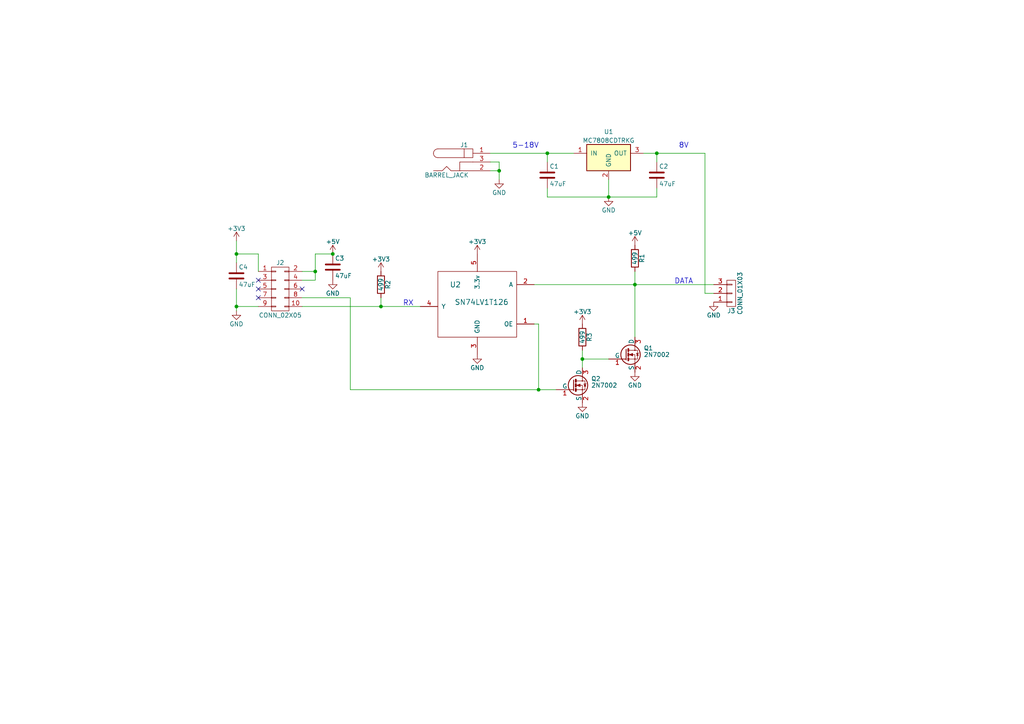
<source format=kicad_sch>
(kicad_sch (version 20211123) (generator eeschema)
  (paper "A4")
  (lib_symbols
    (symbol "sprit-rescue:+3.3V" (power) (pin_names (offset 0))
      (property "Value" "+3.3V" (at 0 3.556 0))
      (symbol "+3.3V_0_1"
        (polyline (pts (xy -0.762 1.27) (xy 0 2.54)))
        (polyline (pts (xy 0 0) (xy 0 2.54)))
        (polyline (pts (xy 0 2.54) (xy 0.762 1.27)))
      )
      (symbol "+3.3V_1_1"
        (pin power_in line (at 0 0 90) (length 0) hide (name "+3V3") (number "1"))
      )
    )
    (symbol "sprit-rescue:+5V" (power) (pin_names (offset 0))
      (property "Value" "+5V" (at 0 3.556 0))
      (symbol "+5V_0_1"
        (polyline (pts (xy -0.762 1.27) (xy 0 2.54)))
        (polyline (pts (xy 0 0) (xy 0 2.54)))
        (polyline (pts (xy 0 2.54) (xy 0.762 1.27)))
      )
      (symbol "+5V_1_1"
        (pin power_in line (at 0 0 90) (length 0) hide (name "+5V") (number "1"))
      )
    )
    (symbol "sprit-rescue:2N7002-RESCUE-sprit" (pin_names (offset 0))
      (property "Reference" "Q" (at 5.08 1.905 0))
      (property "Value" "2N7002-RESCUE-sprit" (at 5.08 0 0))
      (symbol "2N7002-RESCUE-sprit_0_1"
        (polyline (pts (xy 0.635 -1.016) (xy 0.635 -1.651)) (stroke (width 0.508)))
        (polyline (pts (xy 0.635 0.381) (xy 0.635 -0.381)) (stroke (width 0.508)))
        (polyline (pts (xy 0.635 1.651) (xy 0.635 1.016)) (stroke (width 0.508)))
        (polyline (pts (xy 3.048 0.381) (xy 2.921 0.254)))
        (polyline (pts (xy 3.048 0.381) (xy 3.556 0.381)))
        (polyline (pts (xy 3.556 0.381) (xy 3.683 0.508)))
        (polyline (pts (xy 0 1.524) (xy 0 -1.524) (xy 0 -1.524)) (stroke (width 0.254)))
        (polyline (pts (xy 0.762 -1.27) (xy 2.54 -1.27) (xy 2.54 -2.54) (xy 2.54 -2.54)))
        (polyline (pts (xy 0.762 1.27) (xy 2.54 1.27) (xy 2.54 2.54) (xy 2.54 2.54)))
        (polyline (pts (xy 2.54 1.27) (xy 3.302 1.27) (xy 3.302 -1.27) (xy 2.54 -1.27)))
        (polyline (pts (xy 3.302 0.381) (xy 3.048 -0.254) (xy 3.556 -0.254) (xy 3.302 0.381)) (fill (type outline)))
        (polyline (pts (xy 0.762 0) (xy 1.27 0) (xy 2.54 0) (xy 2.54 -1.27) (xy 2.54 -1.27)))
        (polyline (pts (xy 0.889 0) (xy 1.905 0.381) (xy 1.905 -0.381) (xy 0.889 0) (xy 1.016 0) (xy 1.016 0)) (fill (type outline)))
        (circle (center 1.27 0) (radius 2.8194) (stroke (width 0.254)))
        (circle (center 2.54 -1.27) (radius 0.127))
        (circle (center 2.54 1.27) (radius 0.127))
      )
      (symbol "2N7002-RESCUE-sprit_1_1"
        (pin passive line (at -5.08 -1.27 0) (length 5.08) (name "G") (number "1"))
        (pin passive line (at 2.54 -5.08 90) (length 2.54) (name "S") (number "2"))
        (pin passive line (at 2.54 5.08 270) (length 2.54) (name "D") (number "3"))
      )
    )
    (symbol "sprit-rescue:BARREL_JACK" (pin_names (offset 1.016))
      (property "Reference" "J" (at 0 4.953 0))
      (property "Value" "BARREL_JACK" (at 0 -3.937 0))
      (symbol "BARREL_JACK_0_1"
        (arc (start -8.89 2.54) (mid -8.5271 1.6254) (end -7.62 1.27))
        (arc (start -7.62 3.81) (mid -8.5088 3.4366) (end -8.89 2.54))
        (polyline (pts (xy -7.62 1.27) (xy 0 1.27)))
        (polyline (pts (xy 0 3.81) (xy -7.62 3.81)))
        (polyline (pts (xy 2.54 0) (xy -1.27 0) (xy -1.27 -2.54)))
        (polyline (pts (xy 2.54 -2.54) (xy -3.81 -2.54) (xy -5.08 -1.27) (xy -6.35 -2.54) (xy -8.89 -2.54)))
        (rectangle (start 2.54 3.81) (end 0 1.27))
      )
      (symbol "BARREL_JACK_1_1"
        (pin passive line (at 7.62 2.54 180) (length 5.08) (name "~") (number "1"))
        (pin passive line (at 7.62 -2.54 180) (length 5.08) (name "~") (number "2"))
        (pin passive line (at 7.62 0 180) (length 5.08) (name "~") (number "3"))
      )
    )
    (symbol "sprit-rescue:C" (pin_numbers hide) (pin_names (offset 0.254))
      (property "Reference" "C" (at 0.635 2.54 0))
      (property "Value" "C" (at 0.635 -2.54 0))
      (symbol "C_0_1"
        (polyline (pts (xy -2.032 -0.762) (xy 2.032 -0.762)) (stroke (width 0.508)))
        (polyline (pts (xy -2.032 0.762) (xy 2.032 0.762)) (stroke (width 0.508)))
      )
      (symbol "C_1_1"
        (pin passive line (at 0 3.81 270) (length 2.794) (name "~") (number "1"))
        (pin passive line (at 0 -3.81 90) (length 2.794) (name "~") (number "2"))
      )
    )
    (symbol "sprit-rescue:CONN_01X03" (pin_names (offset 1.016) hide)
      (property "Reference" "J" (at 0 5.08 0))
      (property "Value" "CONN_01X03" (at 2.54 0 90))
      (symbol "CONN_01X03_0_1"
        (rectangle (start -1.27 -2.413) (end 0.254 -2.667))
        (rectangle (start -1.27 0.127) (end 0.254 -0.127))
        (rectangle (start -1.27 2.667) (end 0.254 2.413))
        (rectangle (start -1.27 3.81) (end 1.27 -3.81))
      )
      (symbol "CONN_01X03_1_1"
        (pin passive line (at -5.08 2.54 0) (length 3.81) (name "P1") (number "1"))
        (pin passive line (at -5.08 0 0) (length 3.81) (name "P2") (number "2"))
        (pin passive line (at -5.08 -2.54 0) (length 3.81) (name "P3") (number "3"))
      )
    )
    (symbol "sprit-rescue:CONN_02X05" (pin_names (offset 0.0254) hide)
      (property "Reference" "J" (at 0 7.62 0))
      (property "Value" "CONN_02X05" (at 0 -7.62 0))
      (symbol "CONN_02X05_0_1"
        (rectangle (start -2.54 -4.953) (end -1.27 -5.207))
        (rectangle (start -2.54 -2.413) (end -1.27 -2.667))
        (rectangle (start -2.54 0.127) (end -1.27 -0.127))
        (rectangle (start -2.54 2.667) (end -1.27 2.413))
        (rectangle (start -2.54 5.207) (end -1.27 4.953))
        (rectangle (start -2.54 6.35) (end 2.54 -6.35))
        (rectangle (start 1.27 -4.953) (end 2.54 -5.207))
        (rectangle (start 1.27 -2.413) (end 2.54 -2.667))
        (rectangle (start 1.27 0.127) (end 2.54 -0.127))
        (rectangle (start 1.27 2.667) (end 2.54 2.413))
        (rectangle (start 1.27 5.207) (end 2.54 4.953))
      )
      (symbol "CONN_02X05_1_1"
        (pin passive line (at -6.35 5.08 0) (length 3.81) (name "P1") (number "1"))
        (pin passive line (at 6.35 -5.08 180) (length 3.81) (name "P10") (number "10"))
        (pin passive line (at 6.35 5.08 180) (length 3.81) (name "P2") (number "2"))
        (pin passive line (at -6.35 2.54 0) (length 3.81) (name "P3") (number "3"))
        (pin passive line (at 6.35 2.54 180) (length 3.81) (name "P4") (number "4"))
        (pin passive line (at -6.35 0 0) (length 3.81) (name "P5") (number "5"))
        (pin passive line (at 6.35 0 180) (length 3.81) (name "P6") (number "6"))
        (pin passive line (at -6.35 -2.54 0) (length 3.81) (name "P7") (number "7"))
        (pin passive line (at 6.35 -2.54 180) (length 3.81) (name "P8") (number "8"))
        (pin passive line (at -6.35 -5.08 0) (length 3.81) (name "P9") (number "9"))
      )
    )
    (symbol "sprit-rescue:GND" (power) (pin_names (offset 0))
      (property "Value" "GND" (at 0 -3.81 0))
      (symbol "GND_0_1"
        (polyline (pts (xy 0 0) (xy 0 -1.27) (xy 1.27 -1.27) (xy 0 -2.54) (xy -1.27 -1.27) (xy 0 -1.27)))
      )
      (symbol "GND_1_1"
        (pin power_in line (at 0 0 270) (length 0) hide (name "GND") (number "1"))
      )
    )
    (symbol "sprit-rescue:LM7808CT" (pin_names (offset 1.016))
      (property "Reference" "U" (at -5.08 5.08 0))
      (property "Value" "LM7808CT" (at 0 5.08 0))
      (symbol "LM7808CT_0_1"
        (rectangle (start -6.35 3.81) (end 6.35 -3.81) (stroke (width 0.254)) (fill (type background)))
      )
      (symbol "LM7808CT_1_1"
        (pin input line (at -10.16 1.27 0) (length 3.81) (name "IN") (number "1"))
        (pin power_in line (at 0 -6.35 90) (length 2.54) (name "GND") (number "2"))
        (pin power_out line (at 10.16 1.27 180) (length 3.81) (name "OUT") (number "3"))
      )
    )
    (symbol "sprit-rescue:R" (pin_numbers hide) (pin_names (offset 0))
      (property "Reference" "R" (at 2.032 0 90))
      (property "Value" "R" (at 0 0 90))
      (symbol "R_0_1"
        (rectangle (start -1.016 -2.54) (end 1.016 2.54) (stroke (width 0.254)))
      )
      (symbol "R_1_1"
        (pin passive line (at 0 3.81 270) (length 1.27) (name "~") (number "1"))
        (pin passive line (at 0 -3.81 90) (length 1.27) (name "~") (number "2"))
      )
    )
    (symbol "sprit:SN74LV1T126" (pin_names (offset 1.016))
      (property "Reference" "U" (at -1.27 2.54 0))
      (property "Value" "SN74LV1T126" (at -1.27 -1.27 0))
      (symbol "SN74LV1T126_0_1"
        (rectangle (start 10.16 -8.89) (end -12.7 10.16))
      )
      (symbol "SN74LV1T126_1_1"
        (pin input line (at 15.24 -5.08 180) (length 5.08) (name "OE") (number "1"))
        (pin input line (at 15.24 6.35 180) (length 5.08) (name "A") (number "2"))
        (pin power_in line (at -1.27 -13.97 90) (length 5.08) (name "GND") (number "3"))
        (pin tri_state line (at -17.78 0 0) (length 5.08) (name "Y") (number "4"))
        (pin power_in line (at -1.27 15.24 270) (length 5.08) (name "3.3v") (number "5"))
      )
    )
  )
  (junction (at 68.58 88.9))
  (junction (at 168.91 104.14))
  (junction (at 176.53 57.15))
  (junction (at 158.75 44.45))
  (junction (at 144.78 49.53))
  (junction (at 96.52 73.66))
  (junction (at 68.58 73.66))
  (junction (at 91.44 78.74))
  (junction (at 184.15 82.55))
  (junction (at 190.5 44.45))
  (junction (at 156.21 113.03))
  (junction (at 110.49 88.9))
  (no_connect (at 74.93 81.28))
  (no_connect (at 74.93 86.36))
  (no_connect (at 87.63 83.82))
  (no_connect (at 74.93 83.82))
  (wire (pts (xy 68.58 88.9) (xy 74.93 88.9)))
  (wire (pts (xy 91.44 73.66) (xy 96.52 73.66)))
  (wire (pts (xy 176.53 52.07) (xy 176.53 57.15)))
  (wire (pts (xy 74.93 78.74) (xy 74.93 73.66)))
  (wire (pts (xy 190.5 44.45) (xy 190.5 46.99)))
  (wire (pts (xy 186.69 44.45) (xy 190.5 44.45)))
  (wire (pts (xy 184.15 82.55) (xy 207.01 82.55)))
  (wire (pts (xy 190.5 57.15) (xy 190.5 54.61)))
  (wire (pts (xy 101.6 86.36) (xy 87.63 86.36)))
  (wire (pts (xy 91.44 81.28) (xy 87.63 81.28)))
  (wire (pts (xy 101.6 113.03) (xy 156.21 113.03)))
  (wire (pts (xy 91.44 78.74) (xy 91.44 81.28)))
  (wire (pts (xy 168.91 104.14) (xy 168.91 106.68)))
  (wire (pts (xy 184.15 78.74) (xy 184.15 82.55)))
  (wire (pts (xy 176.53 104.14) (xy 168.91 104.14)))
  (wire (pts (xy 91.44 73.66) (xy 91.44 78.74)))
  (wire (pts (xy 204.47 44.45) (xy 204.47 85.09)))
  (wire (pts (xy 158.75 44.45) (xy 166.37 44.45)))
  (wire (pts (xy 110.49 88.9) (xy 110.49 86.36)))
  (wire (pts (xy 184.15 82.55) (xy 184.15 97.79)))
  (wire (pts (xy 158.75 57.15) (xy 176.53 57.15)))
  (wire (pts (xy 158.75 57.15) (xy 158.75 54.61)))
  (wire (pts (xy 144.78 49.53) (xy 142.24 49.53)))
  (wire (pts (xy 176.53 57.15) (xy 190.5 57.15)))
  (wire (pts (xy 91.44 78.74) (xy 87.63 78.74)))
  (wire (pts (xy 168.91 101.6) (xy 168.91 104.14)))
  (wire (pts (xy 68.58 73.66) (xy 68.58 76.2)))
  (wire (pts (xy 87.63 88.9) (xy 110.49 88.9)))
  (wire (pts (xy 154.94 82.55) (xy 184.15 82.55)))
  (wire (pts (xy 101.6 113.03) (xy 101.6 86.36)))
  (wire (pts (xy 156.21 113.03) (xy 161.29 113.03)))
  (wire (pts (xy 190.5 44.45) (xy 204.47 44.45)))
  (wire (pts (xy 144.78 46.99) (xy 144.78 49.53)))
  (wire (pts (xy 158.75 46.99) (xy 158.75 44.45)))
  (wire (pts (xy 144.78 46.99) (xy 142.24 46.99)))
  (wire (pts (xy 156.21 93.98) (xy 154.94 93.98)))
  (wire (pts (xy 156.21 113.03) (xy 156.21 93.98)))
  (wire (pts (xy 68.58 88.9) (xy 68.58 90.17)))
  (wire (pts (xy 142.24 44.45) (xy 158.75 44.45)))
  (wire (pts (xy 68.58 83.82) (xy 68.58 88.9)))
  (wire (pts (xy 74.93 73.66) (xy 68.58 73.66)))
  (wire (pts (xy 110.49 88.9) (xy 121.92 88.9)))
  (wire (pts (xy 68.58 69.85) (xy 68.58 73.66)))
  (wire (pts (xy 144.78 49.53) (xy 144.78 52.07)))
  (wire (pts (xy 207.01 85.09) (xy 204.47 85.09)))
  (text "DATA" (at 195.58 82.55 0) (effects (font (size 1.524 1.524)) (justify left bottom)))
  (text "RX" (at 116.84 88.9 0) (effects (font (size 1.524 1.524)) (justify left bottom)))
  (text "5-18V" (at 148.59 43.18 0) (effects (font (size 1.524 1.524)) (justify left bottom)))
  (text "8V" (at 196.85 43.18 0) (effects (font (size 1.524 1.524)) (justify left bottom)))
  (symbol (lib_id "sprit:SN74LV1T126") (at 139.7 88.9 0) (unit 1)
    (property "Reference" "U2" (at 132.08 82.55 0) (effects (font (size 1.524 1.524))))
    (property "Value" "SN74LV1T126" (at 139.7 87.63 0) (effects (font (size 1.524 1.524))))
    (property "Footprint" "Package_TO_SOT_SMD:SOT-23-5" (effects hide))
  )
  (symbol (lib_id "sprit-rescue:CONN_02X05") (at 81.28 83.82 0) (unit 1)
    (property "Reference" "J2" (at 81.28 76.2 0))
    (property "Value" "CONN_02X05" (at 81.28 91.44 0))
    (property "Footprint" "Connector_PinHeader_2.54mm:PinHeader_2x05_P2.54mm_Vertical" (effects hide))
  )
  (symbol (lib_id "sprit-rescue:GND") (at 138.43 102.87 0) (unit 1)
    (property "Reference" "#PWR01" (effects hide))
    (property "Value" "GND" (at 138.43 106.68 0))
  )
  (symbol (lib_id "sprit-rescue:+3.3V") (at 138.43 73.66 0) (unit 1)
    (property "Reference" "#PWR02" (effects hide))
    (property "Value" "+3.3V" (at 138.43 70.104 0))
  )
  (symbol (lib_id "sprit-rescue:+3.3V") (at 68.58 69.85 0) (unit 1)
    (property "Reference" "#PWR03" (effects hide))
    (property "Value" "+3.3V" (at 68.58 66.294 0))
  )
  (symbol (lib_id "sprit-rescue:+5V") (at 96.52 73.66 0) (unit 1)
    (property "Reference" "#PWR04" (effects hide))
    (property "Value" "+5V" (at 96.52 70.104 0))
  )
  (symbol (lib_id "sprit-rescue:GND") (at 68.58 90.17 0) (unit 1)
    (property "Reference" "#PWR05" (effects hide))
    (property "Value" "GND" (at 68.58 93.98 0))
  )
  (symbol (lib_id "sprit-rescue:R") (at 110.49 82.55 0) (unit 1)
    (property "Reference" "R2" (at 112.522 82.55 90))
    (property "Value" "499" (at 110.49 82.55 90))
    (property "Footprint" "Resistor_SMD:R_0805_2012Metric" (effects hide))
  )
  (symbol (lib_id "sprit-rescue:+3.3V") (at 110.49 78.74 0) (unit 1)
    (property "Reference" "#PWR06" (effects hide))
    (property "Value" "+3.3V" (at 110.49 75.184 0))
  )
  (symbol (lib_id "sprit-rescue:CONN_01X03") (at 212.09 85.09 0) (mirror x) (unit 1)
    (property "Reference" "J3" (at 212.09 90.17 0))
    (property "Value" "CONN_01X03" (at 214.63 85.09 90))
    (property "Footprint" "Connector_Molex:Molex_Micro-Latch_53254-0370_1x03_P2.00mm_Horizontal" (effects hide))
  )
  (symbol (lib_id "sprit-rescue:R") (at 184.15 74.93 0) (unit 1)
    (property "Reference" "R1" (at 186.182 74.93 90))
    (property "Value" "499" (at 184.15 74.93 90))
    (property "Footprint" "Resistor_SMD:R_0805_2012Metric" (effects hide))
  )
  (symbol (lib_id "sprit-rescue:+5V") (at 184.15 71.12 0) (unit 1)
    (property "Reference" "#PWR07" (effects hide))
    (property "Value" "+5V" (at 184.15 67.564 0))
  )
  (symbol (lib_id "sprit-rescue:BARREL_JACK") (at 134.62 46.99 0) (unit 1)
    (property "Reference" "J1" (at 134.62 42.037 0))
    (property "Value" "BARREL_JACK" (at 129.54 50.8 0))
    (property "Footprint" "Connector_BarrelJack:BarrelJack_Horizontal" (effects hide))
  )
  (symbol (lib_id "sprit-rescue:GND") (at 144.78 52.07 0) (mirror y) (unit 1)
    (property "Reference" "#PWR08" (effects hide))
    (property "Value" "GND" (at 144.78 55.88 0))
  )
  (symbol (lib_id "sprit-rescue:2N7002-RESCUE-sprit") (at 181.61 102.87 0) (unit 1)
    (property "Reference" "Q1" (at 186.69 100.965 0) (effects (justify left)))
    (property "Value" "2N7002" (at 186.69 102.87 0) (effects (justify left)))
    (property "Footprint" "Package_TO_SOT_SMD:SOT-23" (effects hide))
  )
  (symbol (lib_id "sprit-rescue:2N7002-RESCUE-sprit") (at 166.37 111.76 0) (unit 1)
    (property "Reference" "Q2" (at 171.45 109.855 0) (effects (justify left)))
    (property "Value" "2N7002" (at 171.45 111.76 0) (effects (justify left)))
    (property "Footprint" "Package_TO_SOT_SMD:SOT-23" (effects hide))
  )
  (symbol (lib_id "sprit-rescue:R") (at 168.91 97.79 0) (unit 1)
    (property "Reference" "R3" (at 170.942 97.79 90))
    (property "Value" "499" (at 168.91 97.79 90))
    (property "Footprint" "Resistor_SMD:R_0805_2012Metric" (effects hide))
  )
  (symbol (lib_id "sprit-rescue:+3.3V") (at 168.91 93.98 0) (unit 1)
    (property "Reference" "#PWR09" (effects hide))
    (property "Value" "+3.3V" (at 168.91 90.424 0))
  )
  (symbol (lib_id "sprit-rescue:GND") (at 184.15 107.95 0) (unit 1)
    (property "Reference" "#PWR010" (effects hide))
    (property "Value" "GND" (at 184.15 111.76 0))
  )
  (symbol (lib_id "sprit-rescue:GND") (at 168.91 116.84 0) (unit 1)
    (property "Reference" "#PWR011" (effects hide))
    (property "Value" "GND" (at 168.91 120.65 0))
  )
  (symbol (lib_id "sprit-rescue:GND") (at 207.01 87.63 0) (unit 1)
    (property "Reference" "#PWR012" (effects hide))
    (property "Value" "GND" (at 207.01 91.44 0))
  )
  (symbol (lib_id "sprit-rescue:C") (at 96.52 77.47 0) (unit 1)
    (property "Reference" "C3" (at 97.155 74.93 0) (effects (justify left)))
    (property "Value" "47uF" (at 97.155 80.01 0) (effects (justify left)))
    (property "Footprint" "Capacitor_SMD:C_1206_3216Metric" (effects hide))
  )
  (symbol (lib_id "sprit-rescue:GND") (at 96.52 81.28 0) (unit 1)
    (property "Reference" "#PWR013" (effects hide))
    (property "Value" "GND" (at 96.52 85.09 0))
  )
  (symbol (lib_id "sprit-rescue:C") (at 68.58 80.01 0) (unit 1)
    (property "Reference" "C4" (at 69.215 77.47 0) (effects (justify left)))
    (property "Value" "47uF" (at 69.215 82.55 0) (effects (justify left)))
    (property "Footprint" "Capacitor_SMD:C_1206_3216Metric" (effects hide))
  )
  (symbol (lib_id "sprit-rescue:LM7808CT") (at 176.53 45.72 0) (unit 1)
    (property "Reference" "U1" (at 176.53 38.2102 0))
    (property "Value" "MC7808CDTRKG" (at 176.53 40.7471 0))
    (property "Footprint" "Package_TO_SOT_SMD:TO-252-2" (effects hide))
  )
  (symbol (lib_id "sprit-rescue:C") (at 158.75 50.8 0) (unit 1)
    (property "Reference" "C1" (at 159.385 48.26 0) (effects (justify left)))
    (property "Value" "47uF" (at 159.385 53.34 0) (effects (justify left)))
    (property "Footprint" "Capacitor_SMD:C_1206_3216Metric" (effects hide))
  )
  (symbol (lib_id "sprit-rescue:C") (at 190.5 50.8 0) (unit 1)
    (property "Reference" "C2" (at 191.135 48.26 0) (effects (justify left)))
    (property "Value" "47uF" (at 191.135 53.34 0) (effects (justify left)))
    (property "Footprint" "Capacitor_SMD:C_1206_3216Metric" (effects hide))
  )
  (symbol (lib_id "sprit-rescue:GND") (at 176.53 57.15 0) (unit 1)
    (property "Reference" "#PWR014" (effects hide))
    (property "Value" "GND" (at 176.53 60.96 0))
  )
)
</source>
